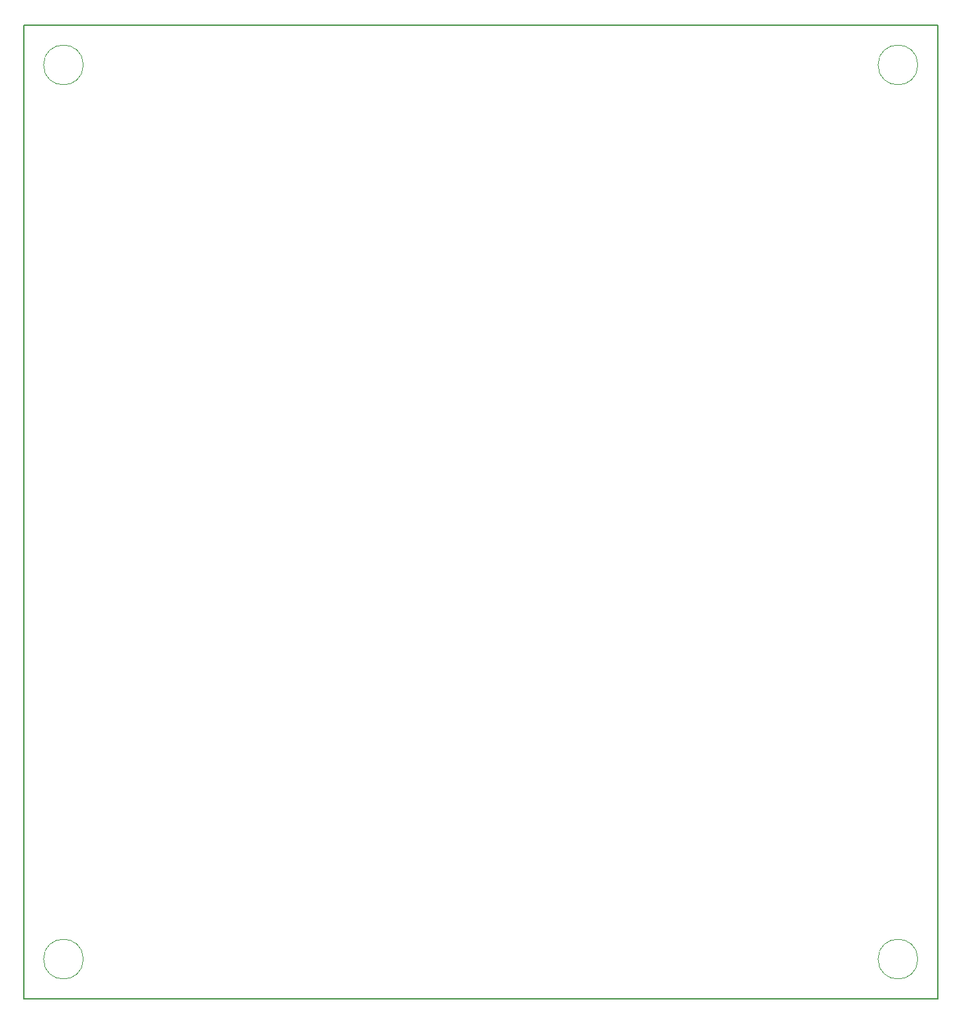
<source format=gbr>
%TF.GenerationSoftware,KiCad,Pcbnew,7.0.8*%
%TF.CreationDate,2023-11-20T12:48:28-05:00*%
%TF.ProjectId,Fufupot,46756675-706f-4742-9e6b-696361645f70,rev?*%
%TF.SameCoordinates,Original*%
%TF.FileFunction,Profile,NP*%
%FSLAX46Y46*%
G04 Gerber Fmt 4.6, Leading zero omitted, Abs format (unit mm)*
G04 Created by KiCad (PCBNEW 7.0.8) date 2023-11-20 12:48:28*
%MOMM*%
%LPD*%
G01*
G04 APERTURE LIST*
%TA.AperFunction,Profile*%
%ADD10C,0.100000*%
%TD*%
%TA.AperFunction,Profile*%
%ADD11C,0.200000*%
%TD*%
G04 APERTURE END LIST*
D10*
X58420000Y-45720000D02*
G75*
G03*
X58420000Y-45720000I-2540000J0D01*
G01*
X58420000Y-160020000D02*
G75*
G03*
X58420000Y-160020000I-2540000J0D01*
G01*
X165100000Y-160020000D02*
G75*
G03*
X165100000Y-160020000I-2540000J0D01*
G01*
X165100000Y-45720000D02*
G75*
G03*
X165100000Y-45720000I-2540000J0D01*
G01*
D11*
X50800000Y-40640000D02*
X167640000Y-40640000D01*
X167640000Y-165100000D01*
X50800000Y-165100000D01*
X50800000Y-40640000D01*
M02*

</source>
